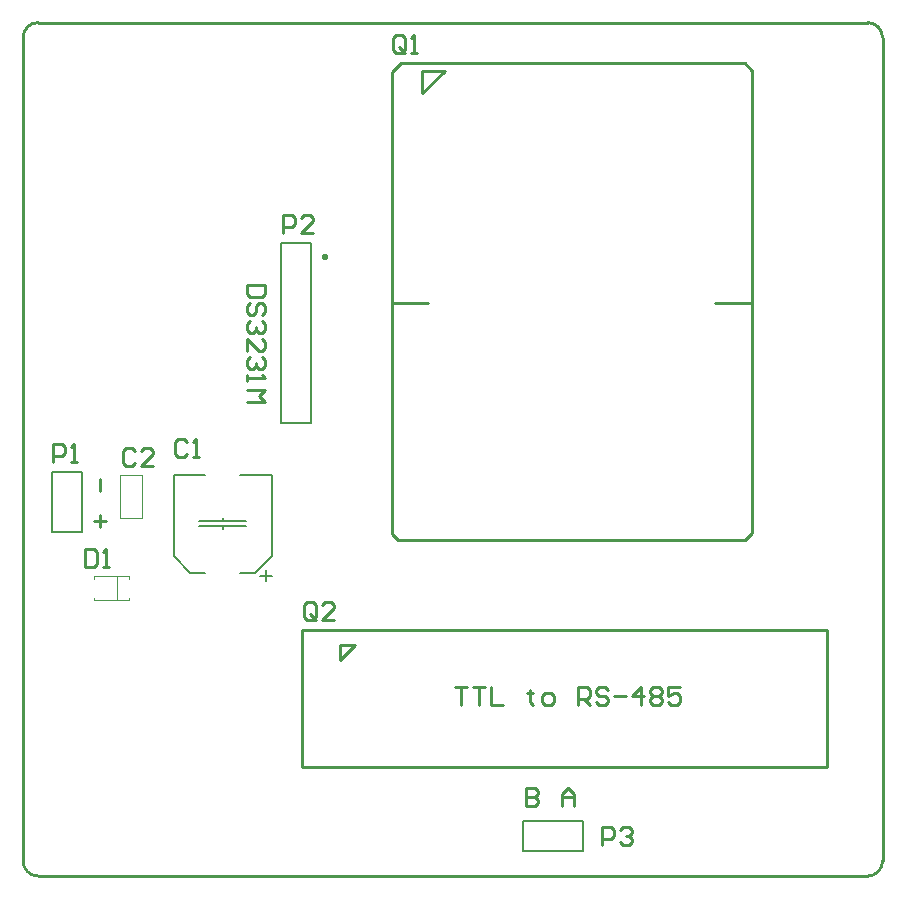
<source format=gto>
G04 Layer_Color=65535*
%FSLAX25Y25*%
%MOIN*%
G70*
G01*
G75*
%ADD14C,0.01000*%
%ADD21C,0.00394*%
%ADD22C,0.00787*%
%ADD23C,0.00600*%
D14*
X211000Y193000D02*
X216000D01*
X211000Y188000D02*
X216000Y193000D01*
X211000Y188000D02*
Y193000D01*
X198500Y198000D02*
X373500D01*
Y155500D02*
Y198000D01*
Y152500D02*
Y155500D01*
X198500Y152500D02*
X373500D01*
X198500D02*
Y198000D01*
X336000Y307000D02*
X348500D01*
X228500D02*
X240500D01*
X228500Y230000D02*
Y384000D01*
X231500Y387000D01*
X346000D01*
X348500Y384500D01*
Y230500D02*
Y384500D01*
X346000Y228000D02*
X348500Y230500D01*
X230500Y228000D02*
X346000D01*
X228500Y230000D02*
X230500Y228000D01*
X238500Y384500D02*
X246000D01*
X238500Y377000D02*
X246000Y384500D01*
X238500Y377000D02*
Y384500D01*
X160299Y260598D02*
X159299Y261598D01*
X157300D01*
X156300Y260598D01*
Y256600D01*
X157300Y255600D01*
X159299D01*
X160299Y256600D01*
X162298Y255600D02*
X164297D01*
X163298D01*
Y261598D01*
X162298Y260598D01*
X142799Y257761D02*
X141799Y258761D01*
X139800D01*
X138800Y257761D01*
Y253763D01*
X139800Y252763D01*
X141799D01*
X142799Y253763D01*
X148797Y252763D02*
X144798D01*
X148797Y256762D01*
Y257761D01*
X147797Y258761D01*
X145798D01*
X144798Y257761D01*
X126004Y225098D02*
Y219100D01*
X129003D01*
X130003Y220100D01*
Y224098D01*
X129003Y225098D01*
X126004D01*
X132002Y219100D02*
X134001D01*
X133002D01*
Y225098D01*
X132002Y224098D01*
X115600Y254050D02*
Y260048D01*
X118599D01*
X119599Y259048D01*
Y257049D01*
X118599Y256049D01*
X115600D01*
X121598Y254050D02*
X123597D01*
X122598D01*
Y260048D01*
X121598Y259048D01*
X192100Y330447D02*
Y336445D01*
X195099D01*
X196099Y335446D01*
Y333446D01*
X195099Y332447D01*
X192100D01*
X202097Y330447D02*
X198098D01*
X202097Y334446D01*
Y335446D01*
X201097Y336445D01*
X199098D01*
X198098Y335446D01*
X298500Y126500D02*
Y132498D01*
X301499D01*
X302499Y131498D01*
Y129499D01*
X301499Y128499D01*
X298500D01*
X304498Y131498D02*
X305498Y132498D01*
X307497D01*
X308497Y131498D01*
Y130499D01*
X307497Y129499D01*
X306497D01*
X307497D01*
X308497Y128499D01*
Y127500D01*
X307497Y126500D01*
X305498D01*
X304498Y127500D01*
X232949Y391450D02*
Y395448D01*
X231949Y396448D01*
X229950D01*
X228950Y395448D01*
Y391450D01*
X229950Y390450D01*
X231949D01*
X230949Y392449D02*
X232949Y390450D01*
X231949D02*
X232949Y391450D01*
X234948Y390450D02*
X236947D01*
X235948D01*
Y396448D01*
X234948Y395448D01*
X202999Y202500D02*
Y206498D01*
X201999Y207498D01*
X200000D01*
X199000Y206498D01*
Y202500D01*
X200000Y201500D01*
X201999D01*
X200999Y203499D02*
X202999Y201500D01*
X201999D02*
X202999Y202500D01*
X208997Y201500D02*
X204998D01*
X208997Y205499D01*
Y206498D01*
X207997Y207498D01*
X205998D01*
X204998Y206498D01*
X249500Y178998D02*
X253499D01*
X251499D01*
Y173000D01*
X255498Y178998D02*
X259497D01*
X257497D01*
Y173000D01*
X261496Y178998D02*
Y173000D01*
X265495D01*
X274492Y177998D02*
Y176999D01*
X273492D01*
X275492D01*
X274492D01*
Y174000D01*
X275492Y173000D01*
X279490D02*
X281490D01*
X282489Y174000D01*
Y175999D01*
X281490Y176999D01*
X279490D01*
X278491Y175999D01*
Y174000D01*
X279490Y173000D01*
X290487D02*
Y178998D01*
X293486D01*
X294485Y177998D01*
Y175999D01*
X293486Y174999D01*
X290487D01*
X292486D02*
X294485Y173000D01*
X300483Y177998D02*
X299484Y178998D01*
X297484D01*
X296485Y177998D01*
Y176999D01*
X297484Y175999D01*
X299484D01*
X300483Y174999D01*
Y174000D01*
X299484Y173000D01*
X297484D01*
X296485Y174000D01*
X302483Y175999D02*
X306482D01*
X311480Y173000D02*
Y178998D01*
X308481Y175999D01*
X312480D01*
X314479Y177998D02*
X315479Y178998D01*
X317478D01*
X318478Y177998D01*
Y176999D01*
X317478Y175999D01*
X318478Y174999D01*
Y174000D01*
X317478Y173000D01*
X315479D01*
X314479Y174000D01*
Y174999D01*
X315479Y175999D01*
X314479Y176999D01*
Y177998D01*
X315479Y175999D02*
X317478D01*
X324476Y178998D02*
X320477D01*
Y175999D01*
X322476Y176999D01*
X323476D01*
X324476Y175999D01*
Y174000D01*
X323476Y173000D01*
X321477D01*
X320477Y174000D01*
X273000Y145498D02*
Y139500D01*
X275999D01*
X276999Y140500D01*
Y141499D01*
X275999Y142499D01*
X273000D01*
X275999D01*
X276999Y143499D01*
Y144498D01*
X275999Y145498D01*
X273000D01*
X284996Y139500D02*
Y143499D01*
X286996Y145498D01*
X288995Y143499D01*
Y139500D01*
Y142499D01*
X284996D01*
X130999Y248500D02*
Y244501D01*
Y236504D02*
Y232505D01*
X132998Y234505D02*
X129000D01*
X185998Y313000D02*
X180000D01*
Y310001D01*
X181000Y309001D01*
X184998D01*
X185998Y310001D01*
Y313000D01*
X184998Y303003D02*
X185998Y304003D01*
Y306002D01*
X184998Y307002D01*
X183999D01*
X182999Y306002D01*
Y304003D01*
X181999Y303003D01*
X181000D01*
X180000Y304003D01*
Y306002D01*
X181000Y307002D01*
X184998Y301004D02*
X185998Y300004D01*
Y298005D01*
X184998Y297005D01*
X183999D01*
X182999Y298005D01*
Y299005D01*
Y298005D01*
X181999Y297005D01*
X181000D01*
X180000Y298005D01*
Y300004D01*
X181000Y301004D01*
X180000Y291007D02*
Y295006D01*
X183999Y291007D01*
X184998D01*
X185998Y292007D01*
Y294006D01*
X184998Y295006D01*
Y289008D02*
X185998Y288008D01*
Y286009D01*
X184998Y285009D01*
X183999D01*
X182999Y286009D01*
Y287008D01*
Y286009D01*
X181999Y285009D01*
X181000D01*
X180000Y286009D01*
Y288008D01*
X181000Y289008D01*
X180000Y283010D02*
Y281010D01*
Y282010D01*
X185998D01*
X184998Y283010D01*
X180000Y278011D02*
X185998D01*
X183999Y276012D01*
X185998Y274013D01*
X180000D01*
X205500Y323000D02*
X206500D01*
Y322000D01*
X205500D01*
Y323000D01*
X392000Y395500D02*
G03*
X387000Y400500I-5000J0D01*
G01*
Y116000D02*
G03*
X392000Y121000I0J5000D01*
G01*
X105500D02*
G03*
X110500Y116000I5000J0D01*
G01*
Y400500D02*
G03*
X105500Y395500I0J-5000D01*
G01*
X280000Y400500D02*
X387000D01*
X392000Y121000D02*
Y395500D01*
X110500Y116000D02*
X387000D01*
X105500Y121000D02*
Y395500D01*
X110500Y400500D02*
X281500D01*
D21*
X137957Y235413D02*
Y249587D01*
X145043D01*
Y235413D02*
Y249587D01*
X137957Y235413D02*
X145043D01*
X136972Y208063D02*
Y215937D01*
X140909Y208063D02*
Y208850D01*
X129098Y208063D02*
X140909D01*
X129098D02*
Y208850D01*
Y215150D02*
Y215937D01*
X140909Y215150D02*
Y215937D01*
X129098D02*
X140909D01*
D22*
X182827Y217161D02*
X188339Y222673D01*
Y249839D01*
X155661Y222673D02*
X161173Y217161D01*
X155661Y222673D02*
Y249839D01*
X166095D01*
X177905D02*
X188339D01*
X161173Y217161D02*
X166095D01*
X177905D02*
X182827D01*
X125000Y230650D02*
Y250650D01*
X115000D02*
X125000D01*
X115000Y230650D02*
Y250650D01*
Y230650D02*
X125000D01*
X191500Y267047D02*
Y327047D01*
X201500Y267047D02*
Y327047D01*
X191500D02*
X201500D01*
X191500Y267047D02*
X201500D01*
X272000Y134500D02*
X292000D01*
X272000Y124500D02*
Y134500D01*
Y124500D02*
X292000D01*
Y134500D01*
D23*
X186567Y214209D02*
Y216177D01*
X184598D02*
X188535D01*
X164126Y234287D02*
X179874D01*
X164126Y232713D02*
X179874D01*
X172000Y231532D02*
Y232713D01*
Y234287D02*
Y235469D01*
X186567Y216177D02*
Y218146D01*
M02*

</source>
